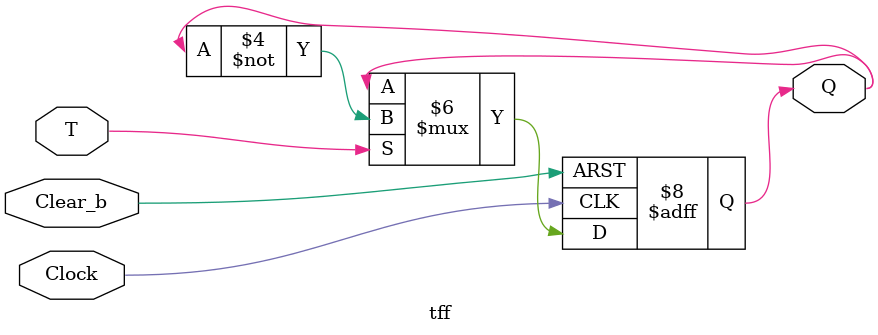
<source format=v>
module part1(Clock, Enable, Clear_b, CounterValue);
	input Clock, Enable, Clear_b;
	output [7:0]CounterValue;
	wire c1, c2, c3, c4, c5, c6, c7;
	
	assign c1 = Enable & CounterValue[0];
	assign c2 = c1 & CounterValue[1];
	assign c3 = c2 & CounterValue[2];
	assign c4 = c3 & CounterValue[3];
	assign c5 = c4 & CounterValue[4];
	assign c6 = c5 & CounterValue[5];
	assign c7 = c6 & CounterValue[6];

	tff u0(Enable, Clock, Clear_b, CounterValue[0]);
	tff u1(c1, Clock, Clear_b, CounterValue[1]);
	tff u2(c2, Clock, Clear_b, CounterValue[2]);
	tff u3(c3, Clock, Clear_b, CounterValue[3]);
	tff u4(c4, Clock, Clear_b, CounterValue[4]);
	tff u5(c5, Clock, Clear_b, CounterValue[5]);
	tff u6(c6, Clock, Clear_b, CounterValue[6]);
	tff u7(c7, Clock, Clear_b, CounterValue[7]);
	
endmodule
	

module tff(T, Clock, Clear_b, Q);
	input T, Clock, Clear_b;
	output reg Q;
	
	always @(posedge Clock, negedge Clear_b)
		begin
			if(Clear_b == 0)
				Q <=0;
			else
				begin
					if(T == 0)
						Q <= Q;
					else
						Q <= ~Q;
				end
		end
endmodule 
			

</source>
